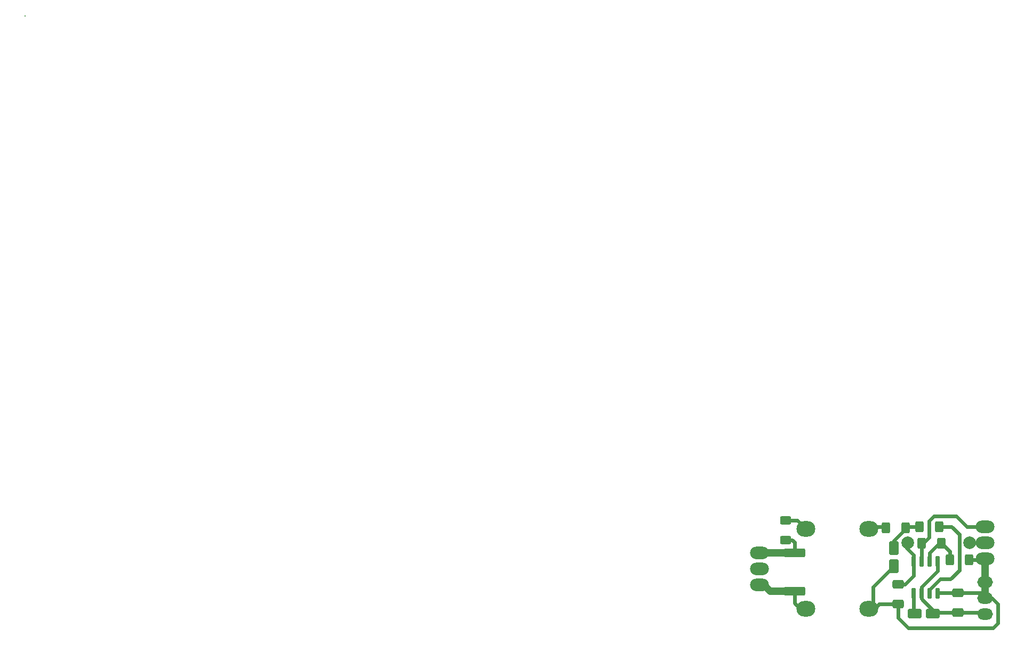
<source format=gbr>
%TF.GenerationSoftware,KiCad,Pcbnew,8.0.3*%
%TF.CreationDate,2024-08-14T19:55:25+03:00*%
%TF.ProjectId,limit_switch,6c696d69-745f-4737-9769-7463682e6b69,rev?*%
%TF.SameCoordinates,PX6ce2448PY49658d0*%
%TF.FileFunction,Copper,L1,Top*%
%TF.FilePolarity,Positive*%
%FSLAX46Y46*%
G04 Gerber Fmt 4.6, Leading zero omitted, Abs format (unit mm)*
G04 Created by KiCad (PCBNEW 8.0.3) date 2024-08-14 19:55:25*
%MOMM*%
%LPD*%
G01*
G04 APERTURE LIST*
G04 Aperture macros list*
%AMRoundRect*
0 Rectangle with rounded corners*
0 $1 Rounding radius*
0 $2 $3 $4 $5 $6 $7 $8 $9 X,Y pos of 4 corners*
0 Add a 4 corners polygon primitive as box body*
4,1,4,$2,$3,$4,$5,$6,$7,$8,$9,$2,$3,0*
0 Add four circle primitives for the rounded corners*
1,1,$1+$1,$2,$3*
1,1,$1+$1,$4,$5*
1,1,$1+$1,$6,$7*
1,1,$1+$1,$8,$9*
0 Add four rect primitives between the rounded corners*
20,1,$1+$1,$2,$3,$4,$5,0*
20,1,$1+$1,$4,$5,$6,$7,0*
20,1,$1+$1,$6,$7,$8,$9,0*
20,1,$1+$1,$8,$9,$2,$3,0*%
G04 Aperture macros list end*
%TA.AperFunction,SMDPad,CuDef*%
%ADD10RoundRect,0.150000X0.150000X-0.725000X0.150000X0.725000X-0.150000X0.725000X-0.150000X-0.725000X0*%
%TD*%
%TA.AperFunction,SMDPad,CuDef*%
%ADD11RoundRect,0.250000X0.850000X0.500000X-0.850000X0.500000X-0.850000X-0.500000X0.850000X-0.500000X0*%
%TD*%
%TA.AperFunction,SMDPad,CuDef*%
%ADD12RoundRect,0.250000X-0.650000X0.412500X-0.650000X-0.412500X0.650000X-0.412500X0.650000X0.412500X0*%
%TD*%
%TA.AperFunction,SMDPad,CuDef*%
%ADD13RoundRect,0.250000X0.400000X0.625000X-0.400000X0.625000X-0.400000X-0.625000X0.400000X-0.625000X0*%
%TD*%
%TA.AperFunction,SMDPad,CuDef*%
%ADD14RoundRect,0.250000X0.650000X-0.412500X0.650000X0.412500X-0.650000X0.412500X-0.650000X-0.412500X0*%
%TD*%
%TA.AperFunction,SMDPad,CuDef*%
%ADD15RoundRect,0.250000X-0.625000X0.400000X-0.625000X-0.400000X0.625000X-0.400000X0.625000X0.400000X0*%
%TD*%
%TA.AperFunction,ComponentPad*%
%ADD16O,3.000000X2.000000*%
%TD*%
%TA.AperFunction,ComponentPad*%
%ADD17O,3.000000X2.500000*%
%TD*%
%TA.AperFunction,SMDPad,CuDef*%
%ADD18RoundRect,0.249999X1.425001X-0.450001X1.425001X0.450001X-1.425001X0.450001X-1.425001X-0.450001X0*%
%TD*%
%TA.AperFunction,SMDPad,CuDef*%
%ADD19RoundRect,0.250000X-0.500000X0.850000X-0.500000X-0.850000X0.500000X-0.850000X0.500000X0.850000X0*%
%TD*%
%TA.AperFunction,ComponentPad*%
%ADD20O,2.500000X1.800000*%
%TD*%
%TA.AperFunction,ViaPad*%
%ADD21C,2.000000*%
%TD*%
%TA.AperFunction,ViaPad*%
%ADD22C,0.200000*%
%TD*%
%TA.AperFunction,Conductor*%
%ADD23C,0.600000*%
%TD*%
%TA.AperFunction,Conductor*%
%ADD24C,1.200000*%
%TD*%
G04 APERTURE END LIST*
D10*
%TO.P,U1,1*%
%TO.N,Net-(D3-A)*%
X26887000Y-14888000D03*
%TO.P,U1,2,-*%
%TO.N,Net-(D3-K)*%
X28157000Y-14888000D03*
%TO.P,U1,3,+*%
%TO.N,Net-(U1A-+)*%
X29427000Y-14888000D03*
%TO.P,U1,4,V-*%
%TO.N,GND*%
X30697000Y-14888000D03*
%TO.P,U1,5,+*%
%TO.N,Net-(D3-K)*%
X30697000Y-9738000D03*
%TO.P,U1,6,-*%
%TO.N,Net-(U1B--)*%
X29427000Y-9738000D03*
%TO.P,U1,7*%
%TO.N,VOUT*%
X28157000Y-9738000D03*
%TO.P,U1,8,V+*%
%TO.N,VCC*%
X26887000Y-9738000D03*
%TD*%
D11*
%TO.P,D3,1,K*%
%TO.N,Net-(D3-K)*%
X29951000Y-18034000D03*
%TO.P,D3,2,A*%
%TO.N,Net-(D3-A)*%
X27051000Y-18034000D03*
%TD*%
D12*
%TO.P,C2,1*%
%TO.N,VCC*%
X24427000Y-13438000D03*
%TO.P,C2,2*%
%TO.N,GND*%
X24427000Y-16563000D03*
%TD*%
D13*
%TO.P,R7,1*%
%TO.N,Net-(U1B--)*%
X31294000Y-6858000D03*
%TO.P,R7,2*%
%TO.N,VOUT*%
X28194000Y-6858000D03*
%TD*%
%TO.P,R6,1*%
%TO.N,GND*%
X35727000Y-9538000D03*
%TO.P,R6,2*%
%TO.N,Net-(U1B--)*%
X32627000Y-9538000D03*
%TD*%
D14*
%TO.P,C1,2*%
%TO.N,GND*%
X33927000Y-14738000D03*
%TO.P,C1,1*%
%TO.N,Net-(D3-K)*%
X33927000Y-17863000D03*
%TD*%
D13*
%TO.P,R3,1*%
%TO.N,Net-(D2-K)*%
X25579000Y-4445000D03*
%TO.P,R3,2*%
%TO.N,Net-(T1-AB)*%
X22479000Y-4445000D03*
%TD*%
%TO.P,R4,1*%
%TO.N,Net-(U1A-+)*%
X30927000Y-4238000D03*
%TO.P,R4,2*%
%TO.N,Net-(D2-K)*%
X27827000Y-4238000D03*
%TD*%
D15*
%TO.P,R2,1*%
%TO.N,Net-(T1-SA)*%
X6604000Y-3250000D03*
%TO.P,R2,2*%
%TO.N,IN2*%
X6604000Y-6350000D03*
%TD*%
D16*
%TO.P,J2,1,Pin_1*%
%TO.N,IN2*%
X2413000Y-8382000D03*
%TO.P,J2,2,Pin_2*%
%TO.N,unconnected-(J2-Pin_2-Pad2)*%
X2413000Y-10922000D03*
%TO.P,J2,3,Pin_3*%
%TO.N,IN1*%
X2413000Y-13462000D03*
%TD*%
D17*
%TO.P,T1,1,AA*%
%TO.N,GND*%
X19779000Y-17272000D03*
%TO.P,T1,2,AB*%
%TO.N,Net-(T1-AB)*%
X19779000Y-4572000D03*
%TO.P,T1,3,SA*%
%TO.N,Net-(T1-SA)*%
X9779000Y-4572000D03*
%TO.P,T1,4,SB*%
%TO.N,IN1*%
X9779000Y-17272000D03*
%TD*%
D18*
%TO.P,R1,1*%
%TO.N,IN1*%
X8001000Y-14482000D03*
%TO.P,R1,2*%
%TO.N,IN2*%
X8001000Y-8382000D03*
%TD*%
D19*
%TO.P,D2,1,K*%
%TO.N,Net-(D2-K)*%
X23749000Y-7620000D03*
%TO.P,D2,2,A*%
%TO.N,GND*%
X23749000Y-10520000D03*
%TD*%
D16*
%TO.P,J1,1,Pin_1*%
%TO.N,VOUT*%
X38227000Y-4258000D03*
%TO.P,J1,2,Pin_2*%
%TO.N,VCC*%
X38227000Y-6798000D03*
%TO.P,J1,3,Pin_3*%
%TO.N,GND*%
X38227000Y-9338000D03*
%TD*%
D20*
%TO.P,R5,1,1*%
%TO.N,Net-(D3-K)*%
X38227000Y-18161000D03*
%TO.P,R5,2,2*%
%TO.N,GND*%
X38227000Y-15621000D03*
%TO.P,R5,3,3*%
X38227000Y-13081000D03*
%TD*%
D21*
%TO.N,VCC*%
X26000000Y-6800000D03*
X35800000Y-6800000D03*
D22*
%TO.N,*%
X-114173000Y76962000D03*
X-114173000Y76962000D03*
X-114173000Y76962000D03*
X-114173000Y76962000D03*
X-114173000Y76962000D03*
%TD*%
D23*
%TO.N,GND*%
X30847000Y-14738000D02*
X30697000Y-14888000D01*
%TO.N,Net-(D3-K)*%
X30697000Y-11260588D02*
X28157000Y-13800588D01*
X28157000Y-14888000D02*
X28157000Y-15711000D01*
X28157000Y-15711000D02*
X30309000Y-17863000D01*
X30697000Y-9738000D02*
X30697000Y-11260588D01*
X28157000Y-13800588D02*
X28157000Y-14888000D01*
%TO.N,Net-(D3-A)*%
X26887000Y-14888000D02*
X26887000Y-17998000D01*
X26887000Y-17998000D02*
X27127000Y-18238000D01*
%TO.N,Net-(U1A-+)*%
X31122000Y-12573000D02*
X29427000Y-14268000D01*
X29427000Y-14268000D02*
X29427000Y-14888000D01*
%TO.N,Net-(U1B--)*%
X30988000Y-6858000D02*
X31294000Y-6858000D01*
X29427000Y-9738000D02*
X29427000Y-8419000D01*
X29427000Y-8419000D02*
X30988000Y-6858000D01*
%TO.N,VOUT*%
X28127000Y-7038000D02*
X28427000Y-7038000D01*
X28194000Y-6858000D02*
X28448000Y-6858000D01*
X28127000Y-7038000D02*
X28127000Y-9708000D01*
X28127000Y-9708000D02*
X28157000Y-9738000D01*
%TO.N,VCC*%
X25781000Y-6858000D02*
X25781000Y-7620000D01*
X26887000Y-12078000D02*
X26887000Y-9738000D01*
X25781000Y-7620000D02*
X26887000Y-8726000D01*
X25527000Y-13438000D02*
X26887000Y-12078000D01*
X24427000Y-13438000D02*
X25527000Y-13438000D01*
X26887000Y-8726000D02*
X26887000Y-9738000D01*
%TO.N,Net-(D3-K)*%
X30309000Y-17863000D02*
X33927000Y-17863000D01*
%TO.N,Net-(U1A-+)*%
X32766000Y-12573000D02*
X31122000Y-12573000D01*
%TO.N,Net-(U1B--)*%
X31294000Y-6858000D02*
X32627000Y-8191000D01*
X32627000Y-8191000D02*
X32627000Y-9538000D01*
%TO.N,VOUT*%
X28448000Y-6858000D02*
X29337000Y-5969000D01*
%TO.N,Net-(U1A-+)*%
X34163000Y-11176000D02*
X32766000Y-12573000D01*
%TO.N,GND*%
X33927000Y-14738000D02*
X30847000Y-14738000D01*
X24427000Y-18712000D02*
X26035000Y-20320000D01*
X26035000Y-20320000D02*
X39497000Y-20320000D01*
%TO.N,Net-(D2-K)*%
X25579000Y-4647000D02*
X23749000Y-6477000D01*
%TO.N,Net-(U1A-+)*%
X32919588Y-4238000D02*
X34163000Y-5481412D01*
%TO.N,VOUT*%
X29337000Y-5969000D02*
X29337000Y-3302000D01*
%TO.N,Net-(D2-K)*%
X25579000Y-4445000D02*
X25579000Y-4647000D01*
X25827000Y-4238000D02*
X27827000Y-4238000D01*
%TO.N,VOUT*%
X29337000Y-3302000D02*
X30099000Y-2540000D01*
X30099000Y-2540000D02*
X33655000Y-2540000D01*
%TO.N,Net-(U1A-+)*%
X30927000Y-4238000D02*
X32919588Y-4238000D01*
D24*
%TO.N,IN2*%
X3127000Y-8382000D02*
X7874000Y-8382000D01*
D23*
%TO.N,GND*%
X20427000Y-13842000D02*
X20427000Y-17538000D01*
X21402000Y-16563000D02*
X24427000Y-16563000D01*
D24*
%TO.N,IN1*%
X8001000Y-14482000D02*
X4147000Y-14482000D01*
D23*
%TO.N,IN2*%
X7620000Y-6350000D02*
X8001000Y-6731000D01*
%TO.N,IN1*%
X8890000Y-17272000D02*
X8001000Y-16383000D01*
D24*
X4147000Y-14482000D02*
X3127000Y-13462000D01*
D23*
X9779000Y-17272000D02*
X9779000Y-16514000D01*
X9779000Y-17272000D02*
X8890000Y-17272000D01*
X8001000Y-16383000D02*
X8001000Y-14482000D01*
%TO.N,IN2*%
X8001000Y-6731000D02*
X8001000Y-8382000D01*
X6604000Y-6350000D02*
X7620000Y-6350000D01*
%TO.N,GND*%
X20427000Y-17538000D02*
X21402000Y-16563000D01*
X23749000Y-10520000D02*
X20427000Y-13842000D01*
X24427000Y-16563000D02*
X24427000Y-18712000D01*
%TO.N,Net-(T1-AB)*%
X21027000Y-4238000D02*
X20427000Y-4838000D01*
%TO.N,Net-(D2-K)*%
X23749000Y-6477000D02*
X23749000Y-7620000D01*
%TO.N,Net-(T1-SA)*%
X8457000Y-3250000D02*
X9779000Y-4572000D01*
X6604000Y-3250000D02*
X8457000Y-3250000D01*
%TO.N,Net-(T1-AB)*%
X22727000Y-4238000D02*
X21027000Y-4238000D01*
%TO.N,GND*%
X38221000Y-14738000D02*
X38227000Y-14732000D01*
D24*
X38227000Y-13081000D02*
X38227000Y-9338000D01*
D23*
X33927000Y-14738000D02*
X38221000Y-14738000D01*
D24*
X38227000Y-13081000D02*
X38227000Y-15621000D01*
D23*
X38027000Y-9538000D02*
X38227000Y-9338000D01*
X40259000Y-19558000D02*
X40259000Y-16510000D01*
%TO.N,Net-(U1A-+)*%
X34163000Y-5481412D02*
X34163000Y-11176000D01*
%TO.N,Net-(D3-K)*%
X37929000Y-17863000D02*
X38227000Y-18161000D01*
%TO.N,GND*%
X40259000Y-16510000D02*
X39370000Y-15621000D01*
X39370000Y-15621000D02*
X38227000Y-15621000D01*
%TO.N,Net-(D3-K)*%
X33927000Y-17863000D02*
X37929000Y-17863000D01*
%TO.N,GND*%
X38227000Y-14732000D02*
X38227000Y-15621000D01*
X39497000Y-20320000D02*
X40259000Y-19558000D01*
%TO.N,VCC*%
X35814000Y-6798000D02*
X38227000Y-6798000D01*
%TO.N,VOUT*%
X33655000Y-2540000D02*
X35373000Y-4258000D01*
%TO.N,GND*%
X35727000Y-9538000D02*
X38027000Y-9538000D01*
%TO.N,VOUT*%
X35373000Y-4258000D02*
X38227000Y-4258000D01*
%TD*%
M02*

</source>
